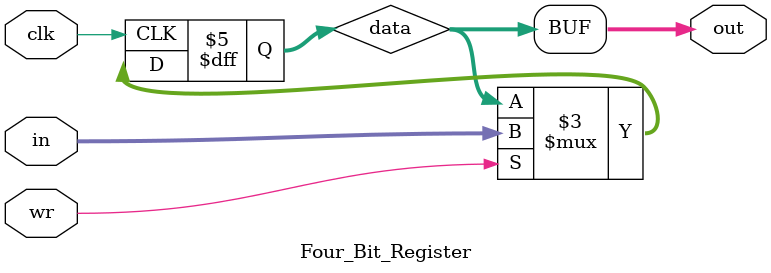
<source format=v>
module Four_Bit_Register (
	input wire clk,
	input wire [3:0] in,
	input wire wr,
	output wire [3:0] out
);

	reg [3:0] data = 4'h0;

	always @(posedge clk) begin
		
		if (wr)
			data <= in;
	
	end
	
	assign out = data;
	
endmodule
</source>
